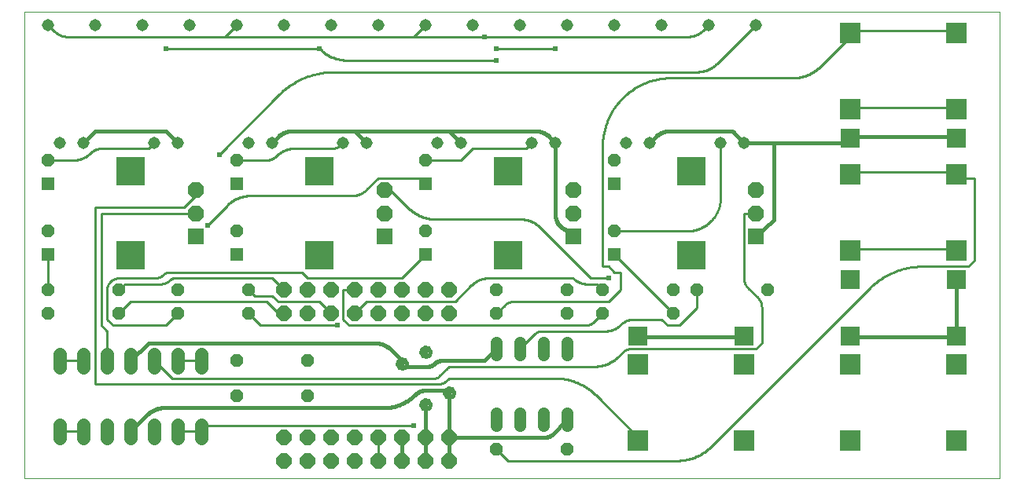
<source format=gtl>
G75*
%MOIN*%
%OFA0B0*%
%FSLAX25Y25*%
%IPPOS*%
%LPD*%
%AMOC8*
5,1,8,0,0,1.08239X$1,22.5*
%
%ADD10C,0.00000*%
%ADD11R,0.09154X0.09154*%
%ADD12R,0.07972X0.07972*%
%ADD13C,0.05600*%
%ADD14OC8,0.06400*%
%ADD15C,0.05156*%
%ADD16C,0.05156*%
%ADD17OC8,0.05600*%
%ADD18R,0.06731X0.06731*%
%ADD19OC8,0.06731*%
%ADD20R,0.12268X0.12268*%
%ADD21R,0.05600X0.05600*%
%ADD22C,0.01120*%
%ADD23C,0.01600*%
%ADD24C,0.01000*%
%ADD25C,0.02400*%
D10*
X0001000Y0006667D02*
X0414386Y0006667D01*
X0414386Y0204738D01*
X0001000Y0204738D01*
X0001000Y0006667D01*
D11*
X0261000Y0022612D03*
X0306000Y0022612D03*
X0351000Y0022612D03*
X0396000Y0022612D03*
X0396000Y0054974D03*
X0351000Y0054974D03*
X0306000Y0054974D03*
X0261000Y0054974D03*
X0351000Y0103360D03*
X0396000Y0103360D03*
X0396000Y0135722D03*
X0351000Y0135722D03*
X0351000Y0163360D03*
X0396000Y0163360D03*
X0396000Y0195722D03*
X0351000Y0195722D03*
D12*
X0351000Y0151155D03*
X0396000Y0151155D03*
X0396000Y0091155D03*
X0351000Y0091155D03*
X0351000Y0067178D03*
X0306000Y0067178D03*
X0261000Y0067178D03*
X0396000Y0067178D03*
D13*
X0076000Y0059467D02*
X0076000Y0053867D01*
X0066000Y0053867D02*
X0066000Y0059467D01*
X0056000Y0059467D02*
X0056000Y0053867D01*
X0046000Y0053867D02*
X0046000Y0059467D01*
X0036000Y0059467D02*
X0036000Y0053867D01*
X0026000Y0053867D02*
X0026000Y0059467D01*
X0016000Y0059467D02*
X0016000Y0053867D01*
X0016000Y0029467D02*
X0016000Y0023867D01*
X0026000Y0023867D02*
X0026000Y0029467D01*
X0036000Y0029467D02*
X0036000Y0023867D01*
X0046000Y0023867D02*
X0046000Y0029467D01*
X0056000Y0029467D02*
X0056000Y0023867D01*
X0066000Y0023867D02*
X0066000Y0029467D01*
X0076000Y0029467D02*
X0076000Y0023867D01*
D14*
X0111000Y0024167D03*
X0121000Y0024167D03*
X0131000Y0024167D03*
X0141000Y0024167D03*
X0151000Y0024167D03*
X0161000Y0024167D03*
X0171000Y0024167D03*
X0181000Y0024167D03*
X0181000Y0014167D03*
X0171000Y0014167D03*
X0161000Y0014167D03*
X0151000Y0014167D03*
X0141000Y0014167D03*
X0131000Y0014167D03*
X0121000Y0014167D03*
X0111000Y0014167D03*
X0111000Y0076667D03*
X0121000Y0076667D03*
X0131000Y0076667D03*
X0141000Y0076667D03*
X0151000Y0076667D03*
X0161000Y0076667D03*
X0171000Y0076667D03*
X0181000Y0076667D03*
X0181000Y0086667D03*
X0171000Y0086667D03*
X0161000Y0086667D03*
X0151000Y0086667D03*
X0141000Y0086667D03*
X0131000Y0086667D03*
X0121000Y0086667D03*
X0111000Y0086667D03*
D15*
X0106000Y0149167D03*
X0096000Y0149167D03*
X0066000Y0149167D03*
X0056000Y0149167D03*
X0026000Y0149167D03*
X0016000Y0149167D03*
X0011000Y0199167D03*
X0031000Y0199167D03*
X0051000Y0199167D03*
X0071000Y0199167D03*
X0091000Y0199167D03*
X0111000Y0199167D03*
X0131000Y0199167D03*
X0151000Y0199167D03*
X0171000Y0199167D03*
X0191000Y0199167D03*
X0211000Y0199167D03*
X0231000Y0199167D03*
X0251000Y0199167D03*
X0271000Y0199167D03*
X0291000Y0199167D03*
X0311000Y0199167D03*
X0306000Y0149167D03*
X0296000Y0149167D03*
X0266000Y0149167D03*
X0256000Y0149167D03*
X0226000Y0149167D03*
X0216000Y0149167D03*
X0186000Y0149167D03*
X0176000Y0149167D03*
X0146000Y0149167D03*
X0136000Y0149167D03*
D16*
X0201000Y0064245D02*
X0201000Y0059089D01*
X0211000Y0059089D02*
X0211000Y0064245D01*
X0221000Y0064245D02*
X0221000Y0059089D01*
X0231000Y0059089D02*
X0231000Y0064245D01*
X0231000Y0034245D02*
X0231000Y0029089D01*
X0221000Y0029089D02*
X0221000Y0034245D01*
X0211000Y0034245D02*
X0211000Y0029089D01*
X0201000Y0029089D02*
X0201000Y0034245D01*
D17*
X0201000Y0019167D03*
X0231000Y0019167D03*
X0121000Y0041667D03*
X0121000Y0056667D03*
X0091000Y0056667D03*
X0091000Y0041667D03*
X0096000Y0076667D03*
X0096000Y0086667D03*
X0066000Y0086667D03*
X0066000Y0076667D03*
X0041000Y0076667D03*
X0041000Y0086667D03*
X0011000Y0086667D03*
X0011000Y0076667D03*
X0011000Y0111667D03*
X0011000Y0141667D03*
X0091000Y0141667D03*
X0091000Y0111667D03*
X0171000Y0111667D03*
X0201000Y0086667D03*
X0201000Y0076667D03*
X0231000Y0076667D03*
X0246000Y0076667D03*
X0246000Y0086667D03*
X0231000Y0086667D03*
X0276000Y0086667D03*
X0286000Y0086667D03*
X0276000Y0076667D03*
X0316000Y0086667D03*
X0251000Y0111667D03*
X0251000Y0141667D03*
X0171000Y0141667D03*
D18*
X0153559Y0109324D03*
X0073559Y0109324D03*
X0233559Y0109324D03*
X0311059Y0109324D03*
D19*
X0311059Y0119167D03*
X0311059Y0129009D03*
X0233559Y0129009D03*
X0233559Y0119167D03*
X0153559Y0119167D03*
X0153559Y0129009D03*
X0073559Y0129009D03*
X0073559Y0119167D03*
D20*
X0046000Y0101450D03*
X0046000Y0136883D03*
X0126000Y0136883D03*
X0126000Y0101450D03*
X0206000Y0101450D03*
X0206000Y0136883D03*
X0283500Y0136883D03*
X0283500Y0101450D03*
D21*
X0251000Y0101667D03*
X0251000Y0131667D03*
X0171000Y0131667D03*
X0171000Y0101667D03*
X0091000Y0101667D03*
X0091000Y0131667D03*
X0011000Y0131667D03*
X0011000Y0101667D03*
D22*
X0161243Y0057170D02*
X0160683Y0057730D01*
X0162476Y0057249D01*
X0163403Y0055644D01*
X0162922Y0053851D01*
X0161317Y0052924D01*
X0159524Y0053405D01*
X0158597Y0055010D01*
X0159078Y0056803D01*
X0160683Y0057730D01*
X0160802Y0056828D01*
X0161922Y0056528D01*
X0162501Y0055525D01*
X0162201Y0054405D01*
X0161198Y0053826D01*
X0160078Y0054126D01*
X0159499Y0055129D01*
X0159799Y0056249D01*
X0160802Y0056828D01*
X0160921Y0055927D01*
X0161369Y0055807D01*
X0161600Y0055406D01*
X0161480Y0054958D01*
X0161079Y0054727D01*
X0160631Y0054847D01*
X0160400Y0055248D01*
X0160520Y0055696D01*
X0160921Y0055927D01*
X0170757Y0058484D02*
X0171317Y0057924D01*
X0169524Y0058405D01*
X0168597Y0060010D01*
X0169078Y0061803D01*
X0170683Y0062730D01*
X0172476Y0062249D01*
X0173403Y0060644D01*
X0172922Y0058851D01*
X0171317Y0057924D01*
X0171198Y0058826D01*
X0170078Y0059126D01*
X0169499Y0060129D01*
X0169799Y0061249D01*
X0170802Y0061828D01*
X0171922Y0061528D01*
X0172501Y0060525D01*
X0172201Y0059405D01*
X0171198Y0058826D01*
X0171079Y0059727D01*
X0170631Y0059847D01*
X0170400Y0060248D01*
X0170520Y0060696D01*
X0170921Y0060927D01*
X0171369Y0060807D01*
X0171600Y0060406D01*
X0171480Y0059958D01*
X0171079Y0059727D01*
X0180757Y0041163D02*
X0181317Y0040603D01*
X0179524Y0041084D01*
X0178597Y0042689D01*
X0179078Y0044482D01*
X0180683Y0045409D01*
X0182476Y0044928D01*
X0183403Y0043323D01*
X0182922Y0041530D01*
X0181317Y0040603D01*
X0181198Y0041505D01*
X0180078Y0041805D01*
X0179499Y0042808D01*
X0179799Y0043928D01*
X0180802Y0044507D01*
X0181922Y0044207D01*
X0182501Y0043204D01*
X0182201Y0042084D01*
X0181198Y0041505D01*
X0181079Y0042406D01*
X0180631Y0042526D01*
X0180400Y0042927D01*
X0180520Y0043375D01*
X0180921Y0043606D01*
X0181369Y0043486D01*
X0181600Y0043085D01*
X0181480Y0042637D01*
X0181079Y0042406D01*
X0171243Y0039849D02*
X0170683Y0040409D01*
X0172476Y0039928D01*
X0173403Y0038323D01*
X0172922Y0036530D01*
X0171317Y0035603D01*
X0169524Y0036084D01*
X0168597Y0037689D01*
X0169078Y0039482D01*
X0170683Y0040409D01*
X0170802Y0039507D01*
X0171922Y0039207D01*
X0172501Y0038204D01*
X0172201Y0037084D01*
X0171198Y0036505D01*
X0170078Y0036805D01*
X0169499Y0037808D01*
X0169799Y0038928D01*
X0170802Y0039507D01*
X0170921Y0038606D01*
X0171369Y0038486D01*
X0171600Y0038085D01*
X0171480Y0037637D01*
X0171079Y0037406D01*
X0170631Y0037526D01*
X0170400Y0037927D01*
X0170520Y0038375D01*
X0170921Y0038606D01*
D23*
X0171000Y0038006D02*
X0171000Y0024167D01*
X0171000Y0014167D01*
X0181000Y0014167D02*
X0181000Y0024167D01*
X0181000Y0043006D01*
X0181000Y0044167D01*
X0171639Y0044167D01*
X0171459Y0044165D01*
X0171278Y0044158D01*
X0171098Y0044148D01*
X0170919Y0044133D01*
X0170739Y0044113D01*
X0170560Y0044090D01*
X0170382Y0044062D01*
X0170205Y0044030D01*
X0170028Y0043994D01*
X0169852Y0043953D01*
X0169677Y0043909D01*
X0169504Y0043860D01*
X0169331Y0043807D01*
X0169160Y0043750D01*
X0168990Y0043689D01*
X0168822Y0043624D01*
X0168656Y0043555D01*
X0168491Y0043482D01*
X0168327Y0043405D01*
X0168166Y0043324D01*
X0168007Y0043240D01*
X0167849Y0043152D01*
X0167694Y0043060D01*
X0167541Y0042964D01*
X0167391Y0042865D01*
X0167243Y0042762D01*
X0167097Y0042655D01*
X0166954Y0042545D01*
X0166814Y0042432D01*
X0166676Y0042316D01*
X0166541Y0042196D01*
X0166409Y0042073D01*
X0166280Y0041947D01*
X0153533Y0036667D02*
X0060631Y0036667D01*
X0052725Y0033392D02*
X0046000Y0026667D01*
X0052726Y0033391D02*
X0052916Y0033577D01*
X0053111Y0033759D01*
X0053310Y0033935D01*
X0053513Y0034107D01*
X0053720Y0034274D01*
X0053931Y0034436D01*
X0054146Y0034593D01*
X0054365Y0034745D01*
X0054587Y0034891D01*
X0054812Y0035032D01*
X0055041Y0035168D01*
X0055273Y0035298D01*
X0055508Y0035423D01*
X0055746Y0035542D01*
X0055987Y0035656D01*
X0056230Y0035763D01*
X0056476Y0035865D01*
X0056724Y0035961D01*
X0056974Y0036051D01*
X0057227Y0036135D01*
X0057481Y0036213D01*
X0057737Y0036285D01*
X0057995Y0036351D01*
X0058255Y0036411D01*
X0058515Y0036464D01*
X0058777Y0036511D01*
X0059040Y0036552D01*
X0059304Y0036587D01*
X0059568Y0036615D01*
X0059833Y0036638D01*
X0060099Y0036653D01*
X0060365Y0036663D01*
X0060631Y0036666D01*
X0046000Y0056667D02*
X0053500Y0064167D01*
X0149107Y0064167D01*
X0156607Y0061060D02*
X0161000Y0056667D01*
X0161000Y0055327D01*
X0161000Y0054167D01*
X0172036Y0054167D01*
X0178071Y0056667D02*
X0196000Y0056667D01*
X0201000Y0061667D01*
X0178071Y0056667D02*
X0177931Y0056665D01*
X0177791Y0056659D01*
X0177651Y0056649D01*
X0177511Y0056636D01*
X0177372Y0056618D01*
X0177233Y0056596D01*
X0177096Y0056571D01*
X0176958Y0056542D01*
X0176822Y0056509D01*
X0176687Y0056472D01*
X0176553Y0056431D01*
X0176420Y0056386D01*
X0176288Y0056338D01*
X0176158Y0056286D01*
X0176029Y0056231D01*
X0175902Y0056172D01*
X0175776Y0056109D01*
X0175652Y0056043D01*
X0175531Y0055974D01*
X0175411Y0055901D01*
X0175293Y0055824D01*
X0175178Y0055745D01*
X0175064Y0055662D01*
X0174954Y0055576D01*
X0174845Y0055487D01*
X0174739Y0055395D01*
X0174636Y0055300D01*
X0174535Y0055203D01*
X0174536Y0055202D02*
X0174453Y0055121D01*
X0174367Y0055043D01*
X0174279Y0054969D01*
X0174189Y0054897D01*
X0174096Y0054828D01*
X0174000Y0054762D01*
X0173903Y0054699D01*
X0173804Y0054640D01*
X0173703Y0054584D01*
X0173600Y0054531D01*
X0173495Y0054481D01*
X0173389Y0054435D01*
X0173282Y0054393D01*
X0173173Y0054354D01*
X0173062Y0054318D01*
X0172951Y0054286D01*
X0172839Y0054258D01*
X0172726Y0054234D01*
X0172612Y0054213D01*
X0172498Y0054196D01*
X0172383Y0054183D01*
X0172267Y0054174D01*
X0172152Y0054168D01*
X0172036Y0054166D01*
X0166281Y0041946D02*
X0165964Y0041637D01*
X0165640Y0041336D01*
X0165308Y0041043D01*
X0164970Y0040758D01*
X0164624Y0040482D01*
X0164272Y0040214D01*
X0163914Y0039955D01*
X0163549Y0039704D01*
X0163178Y0039463D01*
X0162801Y0039231D01*
X0162419Y0039008D01*
X0162031Y0038795D01*
X0161639Y0038591D01*
X0161241Y0038397D01*
X0160839Y0038213D01*
X0160432Y0038038D01*
X0160021Y0037874D01*
X0159606Y0037720D01*
X0159188Y0037576D01*
X0158766Y0037442D01*
X0158341Y0037319D01*
X0157913Y0037206D01*
X0157483Y0037104D01*
X0157050Y0037012D01*
X0156615Y0036931D01*
X0156178Y0036861D01*
X0155740Y0036802D01*
X0155300Y0036753D01*
X0154859Y0036715D01*
X0154418Y0036688D01*
X0153975Y0036671D01*
X0153533Y0036666D01*
X0161000Y0024167D02*
X0161000Y0014167D01*
X0181000Y0024167D02*
X0222036Y0024167D01*
X0224536Y0025202D02*
X0231000Y0031667D01*
X0224536Y0025202D02*
X0224453Y0025121D01*
X0224367Y0025043D01*
X0224279Y0024969D01*
X0224189Y0024897D01*
X0224096Y0024828D01*
X0224000Y0024762D01*
X0223903Y0024699D01*
X0223804Y0024640D01*
X0223703Y0024584D01*
X0223600Y0024531D01*
X0223495Y0024481D01*
X0223389Y0024435D01*
X0223282Y0024393D01*
X0223173Y0024354D01*
X0223062Y0024318D01*
X0222951Y0024286D01*
X0222839Y0024258D01*
X0222726Y0024234D01*
X0222612Y0024213D01*
X0222498Y0024196D01*
X0222383Y0024183D01*
X0222267Y0024174D01*
X0222152Y0024168D01*
X0222036Y0024166D01*
X0156607Y0061060D02*
X0156421Y0061242D01*
X0156230Y0061419D01*
X0156035Y0061592D01*
X0155836Y0061759D01*
X0155633Y0061922D01*
X0155426Y0062080D01*
X0155215Y0062232D01*
X0155000Y0062379D01*
X0154782Y0062521D01*
X0154560Y0062658D01*
X0154335Y0062789D01*
X0154107Y0062915D01*
X0153876Y0063034D01*
X0153642Y0063149D01*
X0153405Y0063257D01*
X0153166Y0063360D01*
X0152924Y0063456D01*
X0152680Y0063547D01*
X0152434Y0063632D01*
X0152186Y0063710D01*
X0151936Y0063783D01*
X0151684Y0063849D01*
X0151431Y0063909D01*
X0151176Y0063963D01*
X0150920Y0064011D01*
X0150663Y0064052D01*
X0150405Y0064087D01*
X0150147Y0064116D01*
X0149887Y0064138D01*
X0149627Y0064154D01*
X0149367Y0064164D01*
X0149107Y0064167D01*
X0233559Y0109324D02*
X0233500Y0111667D01*
X0233071Y0111667D01*
X0232900Y0111669D01*
X0232729Y0111675D01*
X0232559Y0111686D01*
X0232389Y0111700D01*
X0232219Y0111719D01*
X0232049Y0111741D01*
X0231881Y0111768D01*
X0231712Y0111799D01*
X0231545Y0111834D01*
X0231379Y0111872D01*
X0231213Y0111915D01*
X0231049Y0111962D01*
X0230886Y0112013D01*
X0230724Y0112068D01*
X0230564Y0112127D01*
X0230405Y0112189D01*
X0230247Y0112255D01*
X0230091Y0112325D01*
X0229937Y0112399D01*
X0229785Y0112477D01*
X0229635Y0112558D01*
X0229486Y0112643D01*
X0229340Y0112731D01*
X0229196Y0112823D01*
X0229054Y0112919D01*
X0228915Y0113017D01*
X0228778Y0113120D01*
X0228643Y0113225D01*
X0228511Y0113334D01*
X0228382Y0113445D01*
X0228256Y0113560D01*
X0228132Y0113678D01*
X0228011Y0113799D01*
X0227893Y0113923D01*
X0227778Y0114049D01*
X0227667Y0114178D01*
X0227558Y0114310D01*
X0227453Y0114445D01*
X0227350Y0114582D01*
X0227252Y0114721D01*
X0227156Y0114863D01*
X0227064Y0115007D01*
X0226976Y0115153D01*
X0226891Y0115302D01*
X0226810Y0115452D01*
X0226732Y0115604D01*
X0226658Y0115758D01*
X0226588Y0115914D01*
X0226522Y0116072D01*
X0226460Y0116231D01*
X0226401Y0116391D01*
X0226346Y0116553D01*
X0226295Y0116716D01*
X0226248Y0116880D01*
X0226205Y0117046D01*
X0226167Y0117212D01*
X0226132Y0117379D01*
X0226101Y0117548D01*
X0226074Y0117716D01*
X0226052Y0117886D01*
X0226033Y0118056D01*
X0226019Y0118226D01*
X0226008Y0118396D01*
X0226002Y0118567D01*
X0226000Y0118738D01*
X0226000Y0149167D01*
X0223640Y0151527D01*
X0217266Y0154167D02*
X0181000Y0154167D01*
X0141000Y0154167D01*
X0146000Y0149167D01*
X0141000Y0154167D02*
X0114734Y0154167D01*
X0108360Y0151527D02*
X0106000Y0149167D01*
X0108360Y0151527D02*
X0108514Y0151677D01*
X0108671Y0151823D01*
X0108831Y0151965D01*
X0108995Y0152104D01*
X0109162Y0152238D01*
X0109332Y0152369D01*
X0109505Y0152496D01*
X0109682Y0152618D01*
X0109861Y0152736D01*
X0110043Y0152850D01*
X0110227Y0152959D01*
X0110414Y0153064D01*
X0110604Y0153165D01*
X0110795Y0153261D01*
X0110989Y0153352D01*
X0111186Y0153439D01*
X0111384Y0153521D01*
X0111584Y0153599D01*
X0111786Y0153671D01*
X0111989Y0153739D01*
X0112194Y0153802D01*
X0112401Y0153860D01*
X0112609Y0153913D01*
X0112818Y0153961D01*
X0113028Y0154004D01*
X0113239Y0154042D01*
X0113451Y0154075D01*
X0113664Y0154103D01*
X0113877Y0154126D01*
X0114091Y0154144D01*
X0114305Y0154157D01*
X0114519Y0154164D01*
X0114734Y0154167D01*
X0066000Y0149167D02*
X0061000Y0154167D01*
X0031000Y0154167D01*
X0026000Y0149167D01*
X0181000Y0154167D02*
X0186000Y0149167D01*
X0217266Y0154167D02*
X0217481Y0154164D01*
X0217695Y0154157D01*
X0217909Y0154144D01*
X0218123Y0154126D01*
X0218336Y0154103D01*
X0218549Y0154075D01*
X0218761Y0154042D01*
X0218972Y0154004D01*
X0219182Y0153961D01*
X0219391Y0153913D01*
X0219599Y0153860D01*
X0219806Y0153802D01*
X0220011Y0153739D01*
X0220214Y0153671D01*
X0220416Y0153599D01*
X0220616Y0153521D01*
X0220814Y0153439D01*
X0221011Y0153352D01*
X0221205Y0153261D01*
X0221396Y0153165D01*
X0221586Y0153064D01*
X0221773Y0152959D01*
X0221957Y0152850D01*
X0222139Y0152736D01*
X0222318Y0152618D01*
X0222495Y0152496D01*
X0222668Y0152369D01*
X0222838Y0152238D01*
X0223005Y0152104D01*
X0223169Y0151965D01*
X0223329Y0151823D01*
X0223486Y0151677D01*
X0223640Y0151527D01*
X0266000Y0149167D02*
X0268360Y0151527D01*
X0274734Y0154167D02*
X0299964Y0154167D01*
X0301732Y0153434D02*
X0306000Y0149167D01*
X0318500Y0149167D01*
X0318500Y0116465D01*
X0311059Y0109324D01*
X0274734Y0154167D02*
X0274519Y0154164D01*
X0274305Y0154157D01*
X0274091Y0154144D01*
X0273877Y0154126D01*
X0273664Y0154103D01*
X0273451Y0154075D01*
X0273239Y0154042D01*
X0273028Y0154004D01*
X0272818Y0153961D01*
X0272609Y0153913D01*
X0272401Y0153860D01*
X0272194Y0153802D01*
X0271989Y0153739D01*
X0271786Y0153671D01*
X0271584Y0153599D01*
X0271384Y0153521D01*
X0271186Y0153439D01*
X0270989Y0153352D01*
X0270795Y0153261D01*
X0270604Y0153165D01*
X0270414Y0153064D01*
X0270227Y0152959D01*
X0270043Y0152850D01*
X0269861Y0152736D01*
X0269682Y0152618D01*
X0269505Y0152496D01*
X0269332Y0152369D01*
X0269162Y0152238D01*
X0268995Y0152104D01*
X0268831Y0151965D01*
X0268671Y0151823D01*
X0268514Y0151677D01*
X0268360Y0151527D01*
X0299964Y0154167D02*
X0300062Y0154165D01*
X0300160Y0154159D01*
X0300258Y0154150D01*
X0300355Y0154136D01*
X0300452Y0154119D01*
X0300548Y0154098D01*
X0300643Y0154073D01*
X0300737Y0154045D01*
X0300829Y0154012D01*
X0300921Y0153977D01*
X0301011Y0153937D01*
X0301099Y0153895D01*
X0301186Y0153848D01*
X0301270Y0153799D01*
X0301353Y0153746D01*
X0301433Y0153690D01*
X0301512Y0153630D01*
X0301588Y0153568D01*
X0301661Y0153503D01*
X0301732Y0153435D01*
X0318500Y0149167D02*
X0351000Y0149167D01*
X0351000Y0151155D01*
X0351000Y0151667D01*
X0396000Y0151667D01*
X0396000Y0151155D01*
X0396000Y0091155D02*
X0396000Y0067178D01*
X0396000Y0066667D01*
X0351000Y0066667D01*
X0351000Y0067178D01*
X0306000Y0067178D02*
X0306000Y0066667D01*
X0261000Y0066667D01*
X0261000Y0067178D01*
D24*
X0259107Y0074167D02*
X0258929Y0074165D01*
X0258750Y0074159D01*
X0258572Y0074148D01*
X0258394Y0074133D01*
X0258217Y0074114D01*
X0258040Y0074091D01*
X0257863Y0074063D01*
X0257688Y0074031D01*
X0257513Y0073996D01*
X0257339Y0073956D01*
X0257166Y0073911D01*
X0256994Y0073863D01*
X0256823Y0073811D01*
X0256654Y0073755D01*
X0256486Y0073694D01*
X0256320Y0073630D01*
X0256155Y0073561D01*
X0255991Y0073489D01*
X0255830Y0073413D01*
X0255670Y0073333D01*
X0255513Y0073250D01*
X0255357Y0073162D01*
X0255203Y0073071D01*
X0255052Y0072976D01*
X0254903Y0072878D01*
X0254757Y0072776D01*
X0254612Y0072671D01*
X0254471Y0072562D01*
X0254332Y0072450D01*
X0254196Y0072335D01*
X0254062Y0072217D01*
X0253931Y0072095D01*
X0253804Y0071970D01*
X0253803Y0071970D02*
X0253640Y0071807D01*
X0259107Y0074167D02*
X0271000Y0074167D01*
X0273500Y0071667D01*
X0278500Y0071667D01*
X0286000Y0079167D01*
X0286000Y0086667D01*
X0276000Y0076667D02*
X0251000Y0101667D01*
X0248500Y0096667D02*
X0246000Y0096667D01*
X0246000Y0147512D01*
X0246009Y0148216D01*
X0246034Y0148921D01*
X0246077Y0149624D01*
X0246136Y0150326D01*
X0246213Y0151026D01*
X0246306Y0151725D01*
X0246416Y0152420D01*
X0246543Y0153113D01*
X0246687Y0153803D01*
X0246847Y0154489D01*
X0247024Y0155171D01*
X0247217Y0155849D01*
X0247427Y0156521D01*
X0247653Y0157189D01*
X0247895Y0157851D01*
X0248152Y0158506D01*
X0248426Y0159155D01*
X0248715Y0159798D01*
X0249020Y0160433D01*
X0249340Y0161061D01*
X0249674Y0161681D01*
X0250024Y0162292D01*
X0250389Y0162895D01*
X0250768Y0163489D01*
X0251161Y0164074D01*
X0251568Y0164649D01*
X0251989Y0165214D01*
X0252424Y0165768D01*
X0252871Y0166312D01*
X0253332Y0166845D01*
X0253806Y0167367D01*
X0254292Y0167877D01*
X0254790Y0168375D01*
X0255300Y0168861D01*
X0255822Y0169335D01*
X0256355Y0169796D01*
X0256899Y0170243D01*
X0257453Y0170678D01*
X0258018Y0171099D01*
X0258593Y0171506D01*
X0259178Y0171899D01*
X0259772Y0172278D01*
X0260375Y0172643D01*
X0260986Y0172993D01*
X0261606Y0173327D01*
X0262234Y0173647D01*
X0262869Y0173952D01*
X0263512Y0174241D01*
X0264161Y0174515D01*
X0264816Y0174772D01*
X0265478Y0175014D01*
X0266146Y0175240D01*
X0266818Y0175450D01*
X0267496Y0175643D01*
X0268178Y0175820D01*
X0268864Y0175980D01*
X0269554Y0176124D01*
X0270247Y0176251D01*
X0270942Y0176361D01*
X0271641Y0176454D01*
X0272341Y0176531D01*
X0273043Y0176590D01*
X0273746Y0176633D01*
X0274451Y0176658D01*
X0275155Y0176667D01*
X0326869Y0176667D01*
X0338189Y0181355D02*
X0351000Y0194167D01*
X0351000Y0195722D01*
X0351000Y0196667D01*
X0396000Y0196667D01*
X0396000Y0195722D01*
X0396000Y0164167D02*
X0351000Y0164167D01*
X0351000Y0163360D01*
X0396000Y0163360D02*
X0396000Y0164167D01*
X0396000Y0136667D02*
X0351000Y0136667D01*
X0351000Y0135722D01*
X0311059Y0119167D02*
X0306000Y0119167D01*
X0306000Y0091482D01*
X0307637Y0087529D02*
X0311863Y0083304D01*
X0313500Y0079351D02*
X0313500Y0064167D01*
X0311000Y0061667D01*
X0258071Y0061667D01*
X0254536Y0060202D02*
X0252770Y0058436D01*
X0254535Y0060203D02*
X0254636Y0060300D01*
X0254739Y0060395D01*
X0254845Y0060487D01*
X0254954Y0060576D01*
X0255064Y0060662D01*
X0255178Y0060745D01*
X0255293Y0060824D01*
X0255411Y0060901D01*
X0255531Y0060974D01*
X0255652Y0061043D01*
X0255776Y0061109D01*
X0255902Y0061172D01*
X0256029Y0061231D01*
X0256158Y0061286D01*
X0256288Y0061338D01*
X0256420Y0061386D01*
X0256553Y0061431D01*
X0256687Y0061472D01*
X0256822Y0061509D01*
X0256958Y0061542D01*
X0257096Y0061571D01*
X0257233Y0061596D01*
X0257372Y0061618D01*
X0257511Y0061636D01*
X0257651Y0061649D01*
X0257791Y0061659D01*
X0257931Y0061665D01*
X0258071Y0061667D01*
X0247266Y0069167D02*
X0219964Y0069167D01*
X0217464Y0068131D02*
X0211000Y0061667D01*
X0217464Y0068131D02*
X0217547Y0068212D01*
X0217633Y0068290D01*
X0217721Y0068364D01*
X0217811Y0068436D01*
X0217904Y0068505D01*
X0218000Y0068571D01*
X0218097Y0068634D01*
X0218196Y0068693D01*
X0218297Y0068749D01*
X0218400Y0068802D01*
X0218505Y0068852D01*
X0218611Y0068898D01*
X0218718Y0068940D01*
X0218827Y0068979D01*
X0218938Y0069015D01*
X0219049Y0069047D01*
X0219161Y0069075D01*
X0219274Y0069099D01*
X0219388Y0069120D01*
X0219502Y0069137D01*
X0219617Y0069150D01*
X0219733Y0069159D01*
X0219848Y0069165D01*
X0219964Y0069167D01*
X0208071Y0081667D02*
X0207931Y0081665D01*
X0207791Y0081659D01*
X0207651Y0081649D01*
X0207511Y0081636D01*
X0207372Y0081618D01*
X0207233Y0081596D01*
X0207096Y0081571D01*
X0206958Y0081542D01*
X0206822Y0081509D01*
X0206687Y0081472D01*
X0206553Y0081431D01*
X0206420Y0081386D01*
X0206288Y0081338D01*
X0206158Y0081286D01*
X0206029Y0081231D01*
X0205902Y0081172D01*
X0205776Y0081109D01*
X0205652Y0081043D01*
X0205531Y0080974D01*
X0205411Y0080901D01*
X0205293Y0080824D01*
X0205178Y0080745D01*
X0205064Y0080662D01*
X0204954Y0080576D01*
X0204845Y0080487D01*
X0204739Y0080395D01*
X0204636Y0080300D01*
X0204535Y0080203D01*
X0204536Y0080202D02*
X0201000Y0076667D01*
X0197770Y0091667D02*
X0197517Y0091664D01*
X0197264Y0091655D01*
X0197012Y0091639D01*
X0196760Y0091617D01*
X0196508Y0091589D01*
X0196257Y0091555D01*
X0196008Y0091515D01*
X0195759Y0091469D01*
X0195512Y0091417D01*
X0195265Y0091358D01*
X0195021Y0091294D01*
X0194778Y0091223D01*
X0194537Y0091147D01*
X0194297Y0091064D01*
X0194060Y0090976D01*
X0193825Y0090882D01*
X0193593Y0090783D01*
X0193363Y0090677D01*
X0193135Y0090566D01*
X0192911Y0090450D01*
X0192689Y0090328D01*
X0192471Y0090200D01*
X0192255Y0090068D01*
X0192043Y0089930D01*
X0191835Y0089787D01*
X0191630Y0089638D01*
X0191428Y0089485D01*
X0191231Y0089327D01*
X0191037Y0089164D01*
X0190848Y0088997D01*
X0190662Y0088825D01*
X0190481Y0088648D01*
X0183500Y0081667D01*
X0146000Y0081667D01*
X0141000Y0076667D01*
X0136000Y0074167D02*
X0136000Y0086667D01*
X0141000Y0086667D01*
X0131000Y0076667D02*
X0126000Y0081667D01*
X0108500Y0081667D01*
X0106000Y0084167D01*
X0098500Y0084167D01*
X0096000Y0086667D01*
X0106000Y0091667D02*
X0111000Y0086667D01*
X0106000Y0091667D02*
X0064720Y0091667D01*
X0062220Y0094166D02*
X0062115Y0094164D01*
X0062010Y0094158D01*
X0061905Y0094149D01*
X0061801Y0094136D01*
X0061697Y0094119D01*
X0061594Y0094099D01*
X0061492Y0094075D01*
X0061390Y0094047D01*
X0061290Y0094015D01*
X0061191Y0093980D01*
X0061093Y0093942D01*
X0060997Y0093900D01*
X0060902Y0093854D01*
X0060809Y0093806D01*
X0060717Y0093754D01*
X0060628Y0093698D01*
X0060540Y0093640D01*
X0060455Y0093579D01*
X0060372Y0093514D01*
X0060291Y0093447D01*
X0060213Y0093376D01*
X0060138Y0093303D01*
X0062637Y0090804D02*
X0062532Y0090702D01*
X0062424Y0090603D01*
X0062314Y0090506D01*
X0062202Y0090413D01*
X0062087Y0090322D01*
X0061970Y0090235D01*
X0061850Y0090150D01*
X0061729Y0090069D01*
X0061605Y0089991D01*
X0061479Y0089916D01*
X0061351Y0089844D01*
X0061222Y0089776D01*
X0061091Y0089712D01*
X0060958Y0089650D01*
X0060823Y0089593D01*
X0060687Y0089538D01*
X0060550Y0089488D01*
X0060411Y0089441D01*
X0060272Y0089397D01*
X0060131Y0089357D01*
X0059989Y0089321D01*
X0059846Y0089289D01*
X0059703Y0089261D01*
X0059558Y0089236D01*
X0059414Y0089215D01*
X0059268Y0089198D01*
X0059123Y0089184D01*
X0058977Y0089175D01*
X0058830Y0089169D01*
X0058684Y0089167D01*
X0043500Y0089167D01*
X0041000Y0086667D01*
X0041000Y0091667D02*
X0040860Y0091665D01*
X0040720Y0091659D01*
X0040580Y0091649D01*
X0040440Y0091636D01*
X0040301Y0091618D01*
X0040162Y0091596D01*
X0040025Y0091571D01*
X0039887Y0091542D01*
X0039751Y0091509D01*
X0039616Y0091472D01*
X0039482Y0091431D01*
X0039349Y0091386D01*
X0039217Y0091338D01*
X0039087Y0091286D01*
X0038958Y0091231D01*
X0038831Y0091172D01*
X0038705Y0091109D01*
X0038581Y0091043D01*
X0038460Y0090974D01*
X0038340Y0090901D01*
X0038222Y0090824D01*
X0038107Y0090745D01*
X0037993Y0090662D01*
X0037883Y0090576D01*
X0037774Y0090487D01*
X0037668Y0090395D01*
X0037565Y0090300D01*
X0037464Y0090203D01*
X0037367Y0090102D01*
X0037272Y0089999D01*
X0037180Y0089893D01*
X0037091Y0089784D01*
X0037005Y0089674D01*
X0036922Y0089560D01*
X0036843Y0089445D01*
X0036766Y0089327D01*
X0036693Y0089207D01*
X0036624Y0089086D01*
X0036558Y0088962D01*
X0036495Y0088836D01*
X0036436Y0088709D01*
X0036381Y0088580D01*
X0036329Y0088450D01*
X0036281Y0088318D01*
X0036236Y0088185D01*
X0036195Y0088051D01*
X0036158Y0087916D01*
X0036125Y0087780D01*
X0036096Y0087642D01*
X0036071Y0087505D01*
X0036049Y0087366D01*
X0036031Y0087227D01*
X0036018Y0087087D01*
X0036008Y0086947D01*
X0036002Y0086807D01*
X0036000Y0086667D01*
X0036000Y0074167D01*
X0038500Y0071667D01*
X0061000Y0071667D01*
X0066000Y0076667D01*
X0046000Y0081667D02*
X0103500Y0081667D01*
X0108500Y0076667D01*
X0111000Y0076667D01*
X0101000Y0071667D02*
X0133500Y0071667D01*
X0136000Y0074167D02*
X0138500Y0071667D01*
X0238929Y0071667D01*
X0242464Y0073131D02*
X0246000Y0076667D01*
X0247266Y0069167D02*
X0247481Y0069170D01*
X0247695Y0069177D01*
X0247909Y0069190D01*
X0248123Y0069208D01*
X0248336Y0069231D01*
X0248549Y0069259D01*
X0248761Y0069292D01*
X0248972Y0069330D01*
X0249182Y0069373D01*
X0249391Y0069421D01*
X0249599Y0069474D01*
X0249806Y0069532D01*
X0250011Y0069595D01*
X0250214Y0069663D01*
X0250416Y0069735D01*
X0250616Y0069813D01*
X0250814Y0069895D01*
X0251011Y0069982D01*
X0251205Y0070073D01*
X0251396Y0070169D01*
X0251586Y0070270D01*
X0251773Y0070375D01*
X0251958Y0070484D01*
X0252139Y0070598D01*
X0252318Y0070716D01*
X0252495Y0070838D01*
X0252668Y0070965D01*
X0252838Y0071096D01*
X0253005Y0071230D01*
X0253169Y0071369D01*
X0253329Y0071511D01*
X0253486Y0071657D01*
X0253640Y0071807D01*
X0252769Y0058437D02*
X0252521Y0058194D01*
X0252267Y0057958D01*
X0252008Y0057727D01*
X0251743Y0057503D01*
X0251473Y0057286D01*
X0251198Y0057075D01*
X0250917Y0056870D01*
X0250633Y0056672D01*
X0250343Y0056481D01*
X0250049Y0056297D01*
X0249750Y0056120D01*
X0249448Y0055950D01*
X0249142Y0055787D01*
X0248831Y0055632D01*
X0248518Y0055484D01*
X0248200Y0055344D01*
X0247880Y0055211D01*
X0247556Y0055086D01*
X0247230Y0054969D01*
X0246900Y0054859D01*
X0246569Y0054757D01*
X0246235Y0054664D01*
X0245899Y0054578D01*
X0245561Y0054500D01*
X0245221Y0054430D01*
X0244879Y0054369D01*
X0244537Y0054315D01*
X0244193Y0054270D01*
X0243848Y0054233D01*
X0243502Y0054204D01*
X0243156Y0054184D01*
X0242809Y0054171D01*
X0242462Y0054167D01*
X0182036Y0054167D01*
X0180268Y0053434D02*
X0176732Y0049899D01*
X0174964Y0049167D02*
X0063500Y0049167D01*
X0056000Y0056667D01*
X0066000Y0056667D02*
X0076000Y0056667D01*
X0096000Y0076667D02*
X0101000Y0071667D01*
X0064720Y0091666D02*
X0064615Y0091664D01*
X0064510Y0091658D01*
X0064405Y0091649D01*
X0064301Y0091636D01*
X0064197Y0091619D01*
X0064094Y0091599D01*
X0063992Y0091575D01*
X0063890Y0091547D01*
X0063790Y0091515D01*
X0063691Y0091480D01*
X0063593Y0091442D01*
X0063497Y0091400D01*
X0063402Y0091354D01*
X0063309Y0091306D01*
X0063217Y0091254D01*
X0063128Y0091198D01*
X0063040Y0091140D01*
X0062955Y0091079D01*
X0062872Y0091014D01*
X0062791Y0090947D01*
X0062713Y0090876D01*
X0062638Y0090803D01*
X0062220Y0094167D02*
X0118500Y0094167D01*
X0121000Y0091667D01*
X0161000Y0091667D01*
X0171000Y0101667D01*
X0197770Y0091667D02*
X0233500Y0091667D01*
X0239536Y0089167D02*
X0243500Y0089167D01*
X0246000Y0086667D01*
X0248500Y0091667D02*
X0241000Y0091667D01*
X0219275Y0113392D01*
X0211369Y0116667D02*
X0175131Y0116667D01*
X0163811Y0121355D02*
X0156000Y0129167D01*
X0153559Y0129009D01*
X0151000Y0134167D02*
X0146140Y0129307D01*
X0139766Y0126667D02*
X0096858Y0126667D01*
X0086858Y0122525D02*
X0078500Y0114167D01*
X0073559Y0119167D02*
X0033500Y0119167D01*
X0033500Y0071667D01*
X0036000Y0069167D01*
X0036000Y0056667D01*
X0026000Y0056667D02*
X0016000Y0056667D01*
X0031000Y0046667D02*
X0176184Y0046667D01*
X0180137Y0048304D02*
X0180268Y0048434D01*
X0182036Y0049167D02*
X0225801Y0049167D01*
X0243212Y0041955D02*
X0261000Y0024167D01*
X0261000Y0022612D01*
X0277651Y0014167D02*
X0206000Y0014167D01*
X0201000Y0019167D01*
X0225801Y0049167D02*
X0226405Y0049160D01*
X0227009Y0049137D01*
X0227612Y0049100D01*
X0228214Y0049048D01*
X0228815Y0048982D01*
X0229414Y0048901D01*
X0230010Y0048805D01*
X0230605Y0048694D01*
X0231196Y0048569D01*
X0231784Y0048429D01*
X0232368Y0048275D01*
X0232948Y0048107D01*
X0233524Y0047924D01*
X0234096Y0047728D01*
X0234662Y0047517D01*
X0235223Y0047293D01*
X0235779Y0047055D01*
X0236328Y0046803D01*
X0236871Y0046538D01*
X0237408Y0046260D01*
X0237937Y0045968D01*
X0238459Y0045664D01*
X0238974Y0045347D01*
X0239480Y0045017D01*
X0239979Y0044676D01*
X0240468Y0044322D01*
X0240949Y0043956D01*
X0241421Y0043578D01*
X0241883Y0043189D01*
X0242336Y0042789D01*
X0242779Y0042377D01*
X0243211Y0041955D01*
X0277651Y0014166D02*
X0278146Y0014172D01*
X0278640Y0014190D01*
X0279134Y0014221D01*
X0279627Y0014263D01*
X0280118Y0014318D01*
X0280609Y0014384D01*
X0281097Y0014463D01*
X0281583Y0014553D01*
X0282067Y0014656D01*
X0282549Y0014770D01*
X0283027Y0014896D01*
X0283502Y0015034D01*
X0283974Y0015183D01*
X0284441Y0015344D01*
X0284905Y0015517D01*
X0285364Y0015700D01*
X0285819Y0015895D01*
X0286269Y0016101D01*
X0286713Y0016318D01*
X0287152Y0016546D01*
X0287586Y0016785D01*
X0288013Y0017034D01*
X0288434Y0017293D01*
X0288849Y0017563D01*
X0289257Y0017843D01*
X0289658Y0018133D01*
X0290052Y0018432D01*
X0290438Y0018741D01*
X0290816Y0019060D01*
X0291187Y0019387D01*
X0291549Y0019724D01*
X0291903Y0020070D01*
X0358981Y0087148D01*
X0381962Y0096667D02*
X0401000Y0096667D01*
X0403500Y0099167D01*
X0403500Y0134167D01*
X0396000Y0134167D01*
X0396000Y0135722D01*
X0396000Y0136667D01*
X0396000Y0104167D02*
X0351000Y0104167D01*
X0351000Y0103360D01*
X0307637Y0087529D02*
X0307535Y0087634D01*
X0307436Y0087742D01*
X0307339Y0087852D01*
X0307246Y0087964D01*
X0307155Y0088079D01*
X0307068Y0088196D01*
X0306983Y0088316D01*
X0306902Y0088437D01*
X0306824Y0088561D01*
X0306749Y0088687D01*
X0306677Y0088815D01*
X0306609Y0088944D01*
X0306545Y0089075D01*
X0306483Y0089208D01*
X0306426Y0089343D01*
X0306371Y0089479D01*
X0306321Y0089616D01*
X0306274Y0089755D01*
X0306230Y0089894D01*
X0306190Y0090035D01*
X0306154Y0090177D01*
X0306122Y0090320D01*
X0306094Y0090463D01*
X0306069Y0090608D01*
X0306048Y0090752D01*
X0306031Y0090898D01*
X0306017Y0091043D01*
X0306008Y0091189D01*
X0306002Y0091336D01*
X0306000Y0091482D01*
X0311863Y0083304D02*
X0311965Y0083199D01*
X0312064Y0083091D01*
X0312161Y0082981D01*
X0312254Y0082869D01*
X0312345Y0082754D01*
X0312432Y0082637D01*
X0312517Y0082517D01*
X0312598Y0082396D01*
X0312676Y0082272D01*
X0312751Y0082146D01*
X0312823Y0082018D01*
X0312891Y0081889D01*
X0312955Y0081758D01*
X0313017Y0081625D01*
X0313074Y0081490D01*
X0313129Y0081354D01*
X0313179Y0081217D01*
X0313226Y0081078D01*
X0313270Y0080939D01*
X0313310Y0080798D01*
X0313346Y0080656D01*
X0313378Y0080513D01*
X0313406Y0080370D01*
X0313431Y0080225D01*
X0313452Y0080081D01*
X0313469Y0079935D01*
X0313483Y0079790D01*
X0313492Y0079644D01*
X0313498Y0079497D01*
X0313500Y0079351D01*
X0253500Y0086667D02*
X0253500Y0094167D01*
X0251000Y0094167D01*
X0248500Y0096667D01*
X0239536Y0089166D02*
X0239327Y0089169D01*
X0239117Y0089176D01*
X0238908Y0089189D01*
X0238699Y0089207D01*
X0238491Y0089230D01*
X0238284Y0089258D01*
X0238077Y0089292D01*
X0237871Y0089330D01*
X0237666Y0089373D01*
X0237462Y0089422D01*
X0237259Y0089475D01*
X0237058Y0089534D01*
X0236858Y0089597D01*
X0236660Y0089665D01*
X0236464Y0089738D01*
X0236269Y0089816D01*
X0236077Y0089898D01*
X0235886Y0089986D01*
X0235698Y0090077D01*
X0235512Y0090174D01*
X0235329Y0090275D01*
X0235148Y0090380D01*
X0234969Y0090490D01*
X0234794Y0090605D01*
X0234621Y0090723D01*
X0234451Y0090846D01*
X0234284Y0090973D01*
X0234121Y0091104D01*
X0233961Y0091238D01*
X0233804Y0091377D01*
X0233650Y0091520D01*
X0233500Y0091666D01*
X0248500Y0081667D02*
X0253500Y0086667D01*
X0248500Y0081667D02*
X0208071Y0081667D01*
X0238929Y0071667D02*
X0239069Y0071669D01*
X0239209Y0071675D01*
X0239349Y0071685D01*
X0239489Y0071698D01*
X0239628Y0071716D01*
X0239767Y0071738D01*
X0239904Y0071763D01*
X0240042Y0071792D01*
X0240178Y0071825D01*
X0240313Y0071862D01*
X0240447Y0071903D01*
X0240580Y0071948D01*
X0240712Y0071996D01*
X0240842Y0072048D01*
X0240971Y0072103D01*
X0241098Y0072162D01*
X0241224Y0072225D01*
X0241348Y0072291D01*
X0241469Y0072360D01*
X0241589Y0072433D01*
X0241707Y0072510D01*
X0241822Y0072589D01*
X0241936Y0072672D01*
X0242046Y0072758D01*
X0242155Y0072847D01*
X0242261Y0072939D01*
X0242364Y0073034D01*
X0242465Y0073131D01*
X0182036Y0054167D02*
X0181938Y0054165D01*
X0181840Y0054159D01*
X0181742Y0054150D01*
X0181645Y0054136D01*
X0181548Y0054119D01*
X0181452Y0054098D01*
X0181357Y0054073D01*
X0181263Y0054045D01*
X0181171Y0054012D01*
X0181079Y0053977D01*
X0180989Y0053937D01*
X0180901Y0053895D01*
X0180814Y0053848D01*
X0180730Y0053799D01*
X0180647Y0053746D01*
X0180567Y0053690D01*
X0180488Y0053630D01*
X0180412Y0053568D01*
X0180339Y0053503D01*
X0180268Y0053435D01*
X0180137Y0048304D02*
X0180032Y0048202D01*
X0179924Y0048103D01*
X0179814Y0048006D01*
X0179702Y0047913D01*
X0179587Y0047822D01*
X0179470Y0047735D01*
X0179350Y0047650D01*
X0179229Y0047569D01*
X0179105Y0047491D01*
X0178979Y0047416D01*
X0178851Y0047344D01*
X0178722Y0047276D01*
X0178591Y0047212D01*
X0178458Y0047150D01*
X0178323Y0047093D01*
X0178187Y0047038D01*
X0178050Y0046988D01*
X0177911Y0046941D01*
X0177772Y0046897D01*
X0177631Y0046857D01*
X0177489Y0046821D01*
X0177346Y0046789D01*
X0177203Y0046761D01*
X0177058Y0046736D01*
X0176914Y0046715D01*
X0176768Y0046698D01*
X0176623Y0046684D01*
X0176477Y0046675D01*
X0176330Y0046669D01*
X0176184Y0046667D01*
X0180268Y0048435D02*
X0180339Y0048503D01*
X0180412Y0048568D01*
X0180488Y0048630D01*
X0180567Y0048690D01*
X0180647Y0048746D01*
X0180730Y0048799D01*
X0180814Y0048848D01*
X0180901Y0048895D01*
X0180989Y0048937D01*
X0181079Y0048977D01*
X0181171Y0049012D01*
X0181263Y0049045D01*
X0181357Y0049073D01*
X0181452Y0049098D01*
X0181548Y0049119D01*
X0181645Y0049136D01*
X0181742Y0049150D01*
X0181840Y0049159D01*
X0181938Y0049165D01*
X0182036Y0049167D01*
X0176732Y0049899D02*
X0176661Y0049831D01*
X0176588Y0049766D01*
X0176512Y0049704D01*
X0176433Y0049644D01*
X0176353Y0049588D01*
X0176270Y0049535D01*
X0176186Y0049486D01*
X0176099Y0049439D01*
X0176011Y0049397D01*
X0175921Y0049357D01*
X0175829Y0049322D01*
X0175737Y0049289D01*
X0175643Y0049261D01*
X0175548Y0049236D01*
X0175452Y0049215D01*
X0175355Y0049198D01*
X0175258Y0049184D01*
X0175160Y0049175D01*
X0175062Y0049169D01*
X0174964Y0049167D01*
X0166000Y0029167D02*
X0078500Y0029167D01*
X0076000Y0026667D01*
X0066000Y0026667D01*
X0026000Y0026667D02*
X0016000Y0026667D01*
X0031000Y0046667D02*
X0031000Y0121667D01*
X0068500Y0121667D01*
X0073500Y0126667D01*
X0073559Y0129009D01*
X0091000Y0141667D02*
X0103071Y0141667D01*
X0115142Y0146667D02*
X0131184Y0146667D01*
X0108953Y0169620D02*
X0109526Y0170179D01*
X0110112Y0170723D01*
X0110711Y0171253D01*
X0111323Y0171768D01*
X0111948Y0172268D01*
X0112585Y0172752D01*
X0113233Y0173221D01*
X0113893Y0173674D01*
X0114563Y0174110D01*
X0115244Y0174530D01*
X0115935Y0174932D01*
X0116636Y0175318D01*
X0117346Y0175687D01*
X0118065Y0176037D01*
X0118793Y0176371D01*
X0119528Y0176686D01*
X0120271Y0176983D01*
X0121021Y0177262D01*
X0121777Y0177522D01*
X0122540Y0177763D01*
X0123308Y0177986D01*
X0124082Y0178190D01*
X0124860Y0178375D01*
X0125643Y0178541D01*
X0126429Y0178687D01*
X0127219Y0178814D01*
X0128012Y0178922D01*
X0128807Y0179010D01*
X0129604Y0179079D01*
X0130403Y0179128D01*
X0131202Y0179157D01*
X0132002Y0179167D01*
X0285822Y0179167D01*
X0294661Y0182828D02*
X0311000Y0199167D01*
X0326869Y0176666D02*
X0327262Y0176671D01*
X0327654Y0176685D01*
X0328047Y0176709D01*
X0328438Y0176743D01*
X0328829Y0176786D01*
X0329218Y0176839D01*
X0329606Y0176902D01*
X0329992Y0176974D01*
X0330376Y0177055D01*
X0330759Y0177146D01*
X0331139Y0177246D01*
X0331516Y0177355D01*
X0331890Y0177474D01*
X0332262Y0177602D01*
X0332630Y0177739D01*
X0332995Y0177885D01*
X0333356Y0178039D01*
X0333713Y0178203D01*
X0334066Y0178375D01*
X0334415Y0178556D01*
X0334759Y0178746D01*
X0335099Y0178943D01*
X0335433Y0179150D01*
X0335763Y0179364D01*
X0336087Y0179586D01*
X0336405Y0179816D01*
X0336718Y0180054D01*
X0337024Y0180300D01*
X0337325Y0180553D01*
X0337619Y0180813D01*
X0337907Y0181080D01*
X0338188Y0181355D01*
X0291000Y0199167D02*
X0288640Y0196807D01*
X0294661Y0182828D02*
X0294448Y0182620D01*
X0294230Y0182418D01*
X0294008Y0182220D01*
X0293781Y0182028D01*
X0293549Y0181841D01*
X0293313Y0181660D01*
X0293073Y0181485D01*
X0292828Y0181315D01*
X0292580Y0181151D01*
X0292328Y0180993D01*
X0292072Y0180842D01*
X0291813Y0180696D01*
X0291550Y0180557D01*
X0291284Y0180423D01*
X0291015Y0180297D01*
X0290743Y0180176D01*
X0290468Y0180062D01*
X0290190Y0179955D01*
X0289910Y0179854D01*
X0289628Y0179761D01*
X0289344Y0179673D01*
X0289057Y0179593D01*
X0288769Y0179519D01*
X0288479Y0179453D01*
X0288188Y0179393D01*
X0287895Y0179340D01*
X0287601Y0179294D01*
X0287306Y0179255D01*
X0287010Y0179224D01*
X0286714Y0179199D01*
X0286417Y0179181D01*
X0286119Y0179171D01*
X0285822Y0179167D01*
X0282266Y0194167D02*
X0196000Y0194167D01*
X0166000Y0194167D01*
X0086000Y0194167D01*
X0091000Y0199167D01*
X0086000Y0194167D02*
X0019107Y0194167D01*
X0013803Y0196363D02*
X0011000Y0199167D01*
X0013804Y0196364D02*
X0013931Y0196239D01*
X0014062Y0196117D01*
X0014196Y0195999D01*
X0014332Y0195884D01*
X0014471Y0195772D01*
X0014612Y0195663D01*
X0014757Y0195558D01*
X0014903Y0195456D01*
X0015052Y0195358D01*
X0015203Y0195263D01*
X0015357Y0195172D01*
X0015513Y0195084D01*
X0015670Y0195001D01*
X0015830Y0194921D01*
X0015991Y0194845D01*
X0016155Y0194773D01*
X0016320Y0194704D01*
X0016486Y0194640D01*
X0016654Y0194579D01*
X0016823Y0194523D01*
X0016994Y0194471D01*
X0017166Y0194423D01*
X0017339Y0194378D01*
X0017513Y0194338D01*
X0017688Y0194303D01*
X0017863Y0194271D01*
X0018040Y0194243D01*
X0018217Y0194220D01*
X0018394Y0194201D01*
X0018572Y0194186D01*
X0018750Y0194175D01*
X0018929Y0194169D01*
X0019107Y0194167D01*
X0061000Y0189167D02*
X0126000Y0189167D01*
X0126311Y0188855D01*
X0137631Y0184167D02*
X0201000Y0184167D01*
X0201000Y0189167D02*
X0226000Y0189167D01*
X0171000Y0199167D02*
X0166000Y0194167D01*
X0137631Y0184166D02*
X0137238Y0184171D01*
X0136846Y0184185D01*
X0136453Y0184209D01*
X0136062Y0184243D01*
X0135671Y0184286D01*
X0135282Y0184339D01*
X0134894Y0184402D01*
X0134508Y0184474D01*
X0134124Y0184555D01*
X0133741Y0184646D01*
X0133361Y0184746D01*
X0132984Y0184855D01*
X0132610Y0184974D01*
X0132238Y0185102D01*
X0131870Y0185239D01*
X0131505Y0185385D01*
X0131144Y0185539D01*
X0130787Y0185703D01*
X0130434Y0185875D01*
X0130085Y0186056D01*
X0129741Y0186246D01*
X0129401Y0186443D01*
X0129067Y0186650D01*
X0128737Y0186864D01*
X0128413Y0187086D01*
X0128095Y0187316D01*
X0127782Y0187554D01*
X0127476Y0187800D01*
X0127175Y0188053D01*
X0126881Y0188313D01*
X0126593Y0188580D01*
X0126312Y0188855D01*
X0108953Y0169620D02*
X0083500Y0144167D01*
X0103071Y0141667D02*
X0103245Y0141669D01*
X0103418Y0141676D01*
X0103591Y0141686D01*
X0103764Y0141701D01*
X0103937Y0141720D01*
X0104109Y0141744D01*
X0104280Y0141771D01*
X0104450Y0141803D01*
X0104620Y0141839D01*
X0104789Y0141879D01*
X0104957Y0141923D01*
X0105124Y0141971D01*
X0105289Y0142024D01*
X0105453Y0142080D01*
X0105616Y0142141D01*
X0105777Y0142205D01*
X0105936Y0142274D01*
X0106094Y0142346D01*
X0106250Y0142422D01*
X0106404Y0142502D01*
X0106556Y0142586D01*
X0106706Y0142673D01*
X0106854Y0142764D01*
X0106999Y0142859D01*
X0107143Y0142957D01*
X0107283Y0143059D01*
X0107421Y0143164D01*
X0107557Y0143272D01*
X0107690Y0143384D01*
X0107820Y0143499D01*
X0107947Y0143617D01*
X0108071Y0143738D01*
X0108241Y0143904D01*
X0108415Y0144067D01*
X0108593Y0144224D01*
X0108775Y0144378D01*
X0108960Y0144528D01*
X0109149Y0144672D01*
X0109341Y0144813D01*
X0109537Y0144948D01*
X0109736Y0145080D01*
X0109937Y0145206D01*
X0110142Y0145327D01*
X0110350Y0145444D01*
X0110560Y0145555D01*
X0110773Y0145662D01*
X0110988Y0145763D01*
X0111205Y0145860D01*
X0111425Y0145951D01*
X0111647Y0146036D01*
X0111871Y0146117D01*
X0112097Y0146192D01*
X0112325Y0146262D01*
X0112554Y0146326D01*
X0112784Y0146385D01*
X0113016Y0146438D01*
X0113249Y0146486D01*
X0113484Y0146529D01*
X0113719Y0146565D01*
X0113955Y0146596D01*
X0114191Y0146622D01*
X0114429Y0146642D01*
X0114666Y0146656D01*
X0114904Y0146664D01*
X0115142Y0146667D01*
X0131184Y0146667D02*
X0131330Y0146669D01*
X0131477Y0146675D01*
X0131623Y0146684D01*
X0131768Y0146698D01*
X0131914Y0146715D01*
X0132058Y0146736D01*
X0132203Y0146761D01*
X0132346Y0146789D01*
X0132489Y0146821D01*
X0132631Y0146857D01*
X0132772Y0146897D01*
X0132911Y0146941D01*
X0133050Y0146988D01*
X0133187Y0147038D01*
X0133323Y0147093D01*
X0133458Y0147150D01*
X0133591Y0147212D01*
X0133722Y0147276D01*
X0133851Y0147344D01*
X0133979Y0147416D01*
X0134105Y0147491D01*
X0134229Y0147569D01*
X0134350Y0147650D01*
X0134470Y0147735D01*
X0134587Y0147822D01*
X0134702Y0147913D01*
X0134814Y0148006D01*
X0134924Y0148103D01*
X0135032Y0148202D01*
X0135137Y0148304D01*
X0136000Y0149167D01*
X0146140Y0129307D02*
X0145986Y0129157D01*
X0145829Y0129011D01*
X0145669Y0128869D01*
X0145505Y0128730D01*
X0145338Y0128596D01*
X0145168Y0128465D01*
X0144995Y0128338D01*
X0144818Y0128216D01*
X0144639Y0128098D01*
X0144458Y0127984D01*
X0144273Y0127875D01*
X0144086Y0127770D01*
X0143896Y0127669D01*
X0143705Y0127573D01*
X0143511Y0127482D01*
X0143314Y0127395D01*
X0143116Y0127313D01*
X0142916Y0127235D01*
X0142714Y0127163D01*
X0142511Y0127095D01*
X0142306Y0127032D01*
X0142099Y0126974D01*
X0141891Y0126921D01*
X0141682Y0126873D01*
X0141472Y0126830D01*
X0141261Y0126792D01*
X0141049Y0126759D01*
X0140836Y0126731D01*
X0140623Y0126708D01*
X0140409Y0126690D01*
X0140195Y0126677D01*
X0139981Y0126670D01*
X0139766Y0126667D01*
X0151000Y0134167D02*
X0168500Y0134167D01*
X0171000Y0131667D01*
X0163812Y0121355D02*
X0164093Y0121080D01*
X0164381Y0120813D01*
X0164675Y0120553D01*
X0164976Y0120300D01*
X0165282Y0120054D01*
X0165595Y0119816D01*
X0165913Y0119586D01*
X0166237Y0119364D01*
X0166567Y0119150D01*
X0166901Y0118943D01*
X0167241Y0118746D01*
X0167585Y0118556D01*
X0167934Y0118375D01*
X0168287Y0118203D01*
X0168644Y0118039D01*
X0169005Y0117885D01*
X0169370Y0117739D01*
X0169738Y0117602D01*
X0170110Y0117474D01*
X0170484Y0117355D01*
X0170861Y0117246D01*
X0171241Y0117146D01*
X0171624Y0117055D01*
X0172008Y0116974D01*
X0172394Y0116902D01*
X0172782Y0116839D01*
X0173171Y0116786D01*
X0173562Y0116743D01*
X0173953Y0116709D01*
X0174346Y0116685D01*
X0174738Y0116671D01*
X0175131Y0116666D01*
X0211369Y0116666D02*
X0211643Y0116663D01*
X0211918Y0116653D01*
X0212191Y0116636D01*
X0212465Y0116612D01*
X0212738Y0116582D01*
X0213009Y0116545D01*
X0213280Y0116501D01*
X0213550Y0116451D01*
X0213819Y0116394D01*
X0214086Y0116331D01*
X0214351Y0116261D01*
X0214614Y0116185D01*
X0214876Y0116102D01*
X0215135Y0116012D01*
X0215393Y0115917D01*
X0215647Y0115815D01*
X0215900Y0115707D01*
X0216149Y0115593D01*
X0216396Y0115472D01*
X0216639Y0115346D01*
X0216880Y0115214D01*
X0217117Y0115075D01*
X0217350Y0114931D01*
X0217580Y0114782D01*
X0217807Y0114627D01*
X0218029Y0114466D01*
X0218247Y0114300D01*
X0218462Y0114128D01*
X0218671Y0113952D01*
X0218877Y0113770D01*
X0219078Y0113583D01*
X0219274Y0113391D01*
X0251000Y0111667D02*
X0281858Y0111667D01*
X0282200Y0111671D01*
X0282541Y0111684D01*
X0282882Y0111704D01*
X0283223Y0111733D01*
X0283563Y0111770D01*
X0283901Y0111815D01*
X0284239Y0111869D01*
X0284575Y0111930D01*
X0284910Y0112000D01*
X0285242Y0112078D01*
X0285573Y0112164D01*
X0285902Y0112257D01*
X0286228Y0112359D01*
X0286552Y0112469D01*
X0286873Y0112586D01*
X0287191Y0112711D01*
X0287506Y0112844D01*
X0287817Y0112984D01*
X0288126Y0113132D01*
X0288430Y0113287D01*
X0288731Y0113449D01*
X0289027Y0113619D01*
X0289320Y0113796D01*
X0289608Y0113980D01*
X0289892Y0114170D01*
X0290170Y0114368D01*
X0290444Y0114572D01*
X0290714Y0114783D01*
X0290977Y0115000D01*
X0291236Y0115224D01*
X0291489Y0115453D01*
X0291736Y0115689D01*
X0291978Y0115931D01*
X0292214Y0116178D01*
X0292443Y0116431D01*
X0292667Y0116690D01*
X0292884Y0116953D01*
X0293095Y0117223D01*
X0293299Y0117497D01*
X0293497Y0117775D01*
X0293687Y0118059D01*
X0293871Y0118347D01*
X0294048Y0118640D01*
X0294218Y0118936D01*
X0294380Y0119237D01*
X0294535Y0119541D01*
X0294683Y0119850D01*
X0294823Y0120161D01*
X0294956Y0120476D01*
X0295081Y0120794D01*
X0295198Y0121115D01*
X0295308Y0121439D01*
X0295410Y0121765D01*
X0295503Y0122094D01*
X0295589Y0122425D01*
X0295667Y0122757D01*
X0295737Y0123092D01*
X0295798Y0123428D01*
X0295852Y0123766D01*
X0295897Y0124104D01*
X0295934Y0124444D01*
X0295963Y0124785D01*
X0295983Y0125126D01*
X0295996Y0125467D01*
X0296000Y0125809D01*
X0296000Y0149167D01*
X0216000Y0149167D02*
X0213500Y0146667D01*
X0191000Y0146667D01*
X0186000Y0141667D01*
X0171000Y0141667D01*
X0096858Y0126667D02*
X0096521Y0126663D01*
X0096185Y0126651D01*
X0095849Y0126631D01*
X0095514Y0126603D01*
X0095179Y0126567D01*
X0094845Y0126523D01*
X0094513Y0126471D01*
X0094182Y0126411D01*
X0093852Y0126344D01*
X0093524Y0126268D01*
X0093198Y0126185D01*
X0092874Y0126094D01*
X0092552Y0125995D01*
X0092233Y0125889D01*
X0091916Y0125775D01*
X0091602Y0125654D01*
X0091291Y0125525D01*
X0090983Y0125389D01*
X0090679Y0125246D01*
X0090378Y0125095D01*
X0090080Y0124937D01*
X0089787Y0124772D01*
X0089498Y0124601D01*
X0089212Y0124422D01*
X0088931Y0124237D01*
X0088655Y0124045D01*
X0088383Y0123846D01*
X0088116Y0123641D01*
X0087854Y0123430D01*
X0087597Y0123213D01*
X0087345Y0122989D01*
X0087099Y0122760D01*
X0086858Y0122525D01*
X0060137Y0093304D02*
X0060032Y0093202D01*
X0059924Y0093103D01*
X0059814Y0093006D01*
X0059702Y0092913D01*
X0059587Y0092822D01*
X0059470Y0092735D01*
X0059350Y0092650D01*
X0059229Y0092569D01*
X0059105Y0092491D01*
X0058979Y0092416D01*
X0058851Y0092344D01*
X0058722Y0092276D01*
X0058591Y0092212D01*
X0058458Y0092150D01*
X0058323Y0092093D01*
X0058187Y0092038D01*
X0058050Y0091988D01*
X0057911Y0091941D01*
X0057772Y0091897D01*
X0057631Y0091857D01*
X0057489Y0091821D01*
X0057346Y0091789D01*
X0057203Y0091761D01*
X0057058Y0091736D01*
X0056914Y0091715D01*
X0056768Y0091698D01*
X0056623Y0091684D01*
X0056477Y0091675D01*
X0056330Y0091669D01*
X0056184Y0091667D01*
X0041000Y0091667D01*
X0046000Y0081667D02*
X0041000Y0076667D01*
X0011000Y0086667D02*
X0011000Y0101667D01*
X0011000Y0141667D02*
X0021369Y0141667D01*
X0029274Y0144942D02*
X0029381Y0145046D01*
X0029491Y0145147D01*
X0029603Y0145246D01*
X0029717Y0145342D01*
X0029834Y0145434D01*
X0029953Y0145524D01*
X0030075Y0145611D01*
X0030198Y0145695D01*
X0030324Y0145775D01*
X0030452Y0145853D01*
X0030581Y0145927D01*
X0030712Y0145998D01*
X0030846Y0146065D01*
X0030980Y0146129D01*
X0031117Y0146190D01*
X0031255Y0146247D01*
X0031394Y0146300D01*
X0031535Y0146350D01*
X0031676Y0146397D01*
X0031819Y0146440D01*
X0031963Y0146479D01*
X0032108Y0146515D01*
X0032254Y0146546D01*
X0032401Y0146575D01*
X0032548Y0146599D01*
X0032696Y0146620D01*
X0032844Y0146637D01*
X0032993Y0146650D01*
X0033142Y0146659D01*
X0033291Y0146665D01*
X0033440Y0146667D01*
X0053500Y0146667D01*
X0056000Y0149167D01*
X0029274Y0144942D02*
X0029084Y0144756D01*
X0028889Y0144574D01*
X0028690Y0144398D01*
X0028487Y0144226D01*
X0028280Y0144059D01*
X0028069Y0143897D01*
X0027854Y0143740D01*
X0027635Y0143588D01*
X0027413Y0143442D01*
X0027188Y0143301D01*
X0026959Y0143165D01*
X0026727Y0143035D01*
X0026492Y0142910D01*
X0026254Y0142791D01*
X0026013Y0142677D01*
X0025770Y0142570D01*
X0025524Y0142468D01*
X0025276Y0142372D01*
X0025026Y0142282D01*
X0024773Y0142198D01*
X0024519Y0142120D01*
X0024263Y0142048D01*
X0024005Y0141982D01*
X0023745Y0141922D01*
X0023485Y0141869D01*
X0023223Y0141822D01*
X0022960Y0141781D01*
X0022696Y0141746D01*
X0022432Y0141718D01*
X0022167Y0141695D01*
X0021901Y0141680D01*
X0021635Y0141670D01*
X0021369Y0141667D01*
X0151000Y0024167D02*
X0151000Y0014167D01*
X0358981Y0087148D02*
X0359534Y0087688D01*
X0360101Y0088215D01*
X0360679Y0088729D01*
X0361270Y0089228D01*
X0361872Y0089714D01*
X0362485Y0090185D01*
X0363110Y0090641D01*
X0363746Y0091082D01*
X0364391Y0091508D01*
X0365047Y0091918D01*
X0365712Y0092313D01*
X0366386Y0092692D01*
X0367070Y0093054D01*
X0367761Y0093400D01*
X0368461Y0093730D01*
X0369168Y0094043D01*
X0369883Y0094339D01*
X0370604Y0094618D01*
X0371332Y0094880D01*
X0372066Y0095124D01*
X0372806Y0095351D01*
X0373550Y0095560D01*
X0374300Y0095751D01*
X0375054Y0095924D01*
X0375811Y0096080D01*
X0376573Y0096217D01*
X0377337Y0096336D01*
X0378104Y0096437D01*
X0378873Y0096520D01*
X0379643Y0096584D01*
X0380416Y0096630D01*
X0381189Y0096658D01*
X0381962Y0096667D01*
X0396000Y0103360D02*
X0396000Y0104167D01*
X0288640Y0196807D02*
X0288486Y0196657D01*
X0288329Y0196511D01*
X0288169Y0196369D01*
X0288005Y0196230D01*
X0287838Y0196096D01*
X0287668Y0195965D01*
X0287495Y0195838D01*
X0287318Y0195716D01*
X0287139Y0195598D01*
X0286957Y0195484D01*
X0286773Y0195375D01*
X0286586Y0195270D01*
X0286396Y0195169D01*
X0286205Y0195073D01*
X0286011Y0194982D01*
X0285814Y0194895D01*
X0285616Y0194813D01*
X0285416Y0194735D01*
X0285214Y0194663D01*
X0285011Y0194595D01*
X0284806Y0194532D01*
X0284599Y0194474D01*
X0284391Y0194421D01*
X0284182Y0194373D01*
X0283972Y0194330D01*
X0283761Y0194292D01*
X0283549Y0194259D01*
X0283336Y0194231D01*
X0283123Y0194208D01*
X0282909Y0194190D01*
X0282695Y0194177D01*
X0282481Y0194170D01*
X0282266Y0194167D01*
D25*
X0226000Y0189167D03*
X0201000Y0189167D03*
X0201000Y0184167D03*
X0196000Y0194167D03*
X0126000Y0189167D03*
X0061000Y0189167D03*
X0083500Y0144167D03*
X0078500Y0114167D03*
X0133500Y0071667D03*
X0166000Y0029167D03*
X0248500Y0091667D03*
M02*

</source>
